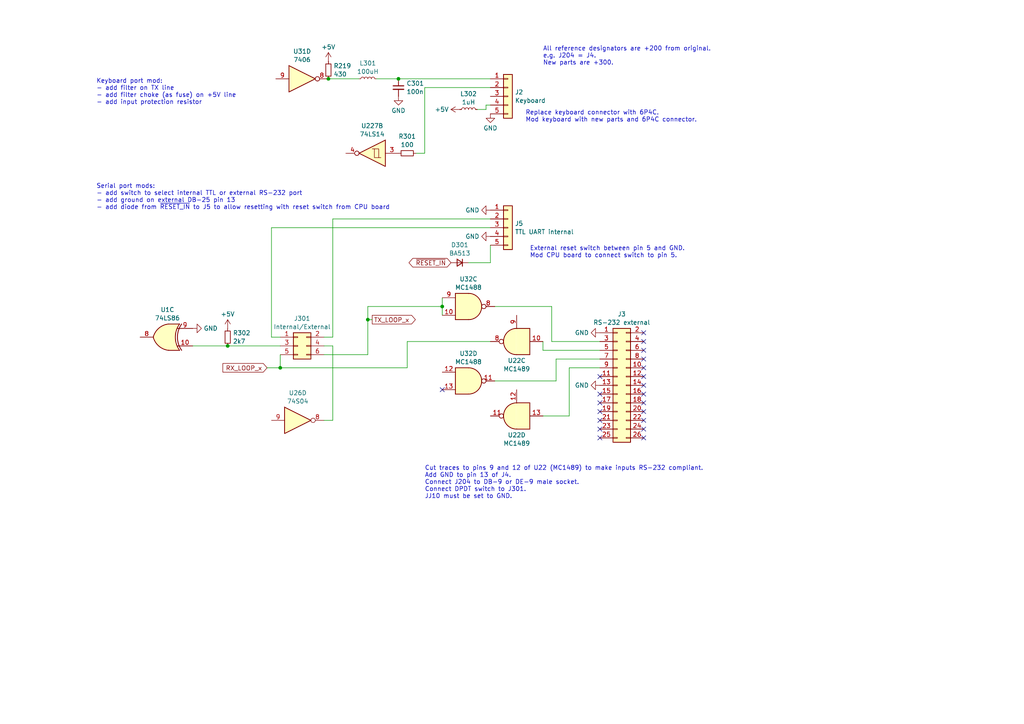
<source format=kicad_sch>
(kicad_sch (version 20230121) (generator eeschema)
  (paper "A4")
  (title_block (title "Iskra Delta Partner Video (text) 30 797 044") (date "2023-08-17") (rev "1") (company "Jernej Jakob <jernej.jakob@gmail.com>") (comment 1 "reverse engineered by hand"))
  (lib_symbols
    (symbol "74xx:74LS04"
      (property "Reference" "U" (at 0 1.27 0))
      (property "Value" "74LS04" (at 0 -1.27 0))
      (symbol "74LS04_1_0"
        (polyline (pts (xy -3.81 3.81) (xy -3.81 -3.81) (xy 3.81 0) (xy -3.81 3.81)) (stroke (width 0.254)) (fill (type background)))
        (pin input line (at -7.62 0 0) (length 3.81) (name "~") (number "1"))
        (pin output inverted (at 7.62 0 180) (length 3.81) (name "~") (number "2"))
      )
      (symbol "74LS04_2_0"
        (polyline (pts (xy -3.81 3.81) (xy -3.81 -3.81) (xy 3.81 0) (xy -3.81 3.81)) (stroke (width 0.254)) (fill (type background)))
        (pin input line (at -7.62 0 0) (length 3.81) (name "~") (number "3"))
        (pin output inverted (at 7.62 0 180) (length 3.81) (name "~") (number "4"))
      )
      (symbol "74LS04_3_0"
        (polyline (pts (xy -3.81 3.81) (xy -3.81 -3.81) (xy 3.81 0) (xy -3.81 3.81)) (stroke (width 0.254)) (fill (type background)))
        (pin input line (at -7.62 0 0) (length 3.81) (name "~") (number "5"))
        (pin output inverted (at 7.62 0 180) (length 3.81) (name "~") (number "6"))
      )
      (symbol "74LS04_4_0"
        (polyline (pts (xy -3.81 3.81) (xy -3.81 -3.81) (xy 3.81 0) (xy -3.81 3.81)) (stroke (width 0.254)) (fill (type background)))
        (pin output inverted (at 7.62 0 180) (length 3.81) (name "~") (number "8"))
        (pin input line (at -7.62 0 0) (length 3.81) (name "~") (number "9"))
      )
      (symbol "74LS04_5_0"
        (polyline (pts (xy -3.81 3.81) (xy -3.81 -3.81) (xy 3.81 0) (xy -3.81 3.81)) (stroke (width 0.254)) (fill (type background)))
        (pin output inverted (at 7.62 0 180) (length 3.81) (name "~") (number "10"))
        (pin input line (at -7.62 0 0) (length 3.81) (name "~") (number "11"))
      )
      (symbol "74LS04_6_0"
        (polyline (pts (xy -3.81 3.81) (xy -3.81 -3.81) (xy 3.81 0) (xy -3.81 3.81)) (stroke (width 0.254)) (fill (type background)))
        (pin output inverted (at 7.62 0 180) (length 3.81) (name "~") (number "12"))
        (pin input line (at -7.62 0 0) (length 3.81) (name "~") (number "13"))
      )
      (symbol "74LS04_7_0"
        (pin power_in line (at 0 12.7 270) (length 5.08) (name "VCC") (number "14"))
        (pin power_in line (at 0 -12.7 90) (length 5.08) (name "GND") (number "7"))
      )
      (symbol "74LS04_7_1"
        (rectangle (start -5.08 7.62) (end 5.08 -7.62) (stroke (width 0.254)) (fill (type background)))
      )
    )
    (symbol "74xx:74LS06" (pin_names (offset 1.016))
      (property "Reference" "U" (at 0 1.27 0))
      (property "Value" "74LS06" (at 0 -1.27 0))
      (symbol "74LS06_1_0"
        (polyline (pts (xy -3.81 3.81) (xy -3.81 -3.81) (xy 3.81 0) (xy -3.81 3.81)) (stroke (width 0.254)) (fill (type background)))
        (pin input line (at -7.62 0 0) (length 3.81) (name "~") (number "1"))
        (pin open_collector inverted (at 7.62 0 180) (length 3.81) (name "~") (number "2"))
      )
      (symbol "74LS06_2_0"
        (polyline (pts (xy -3.81 3.81) (xy -3.81 -3.81) (xy 3.81 0) (xy -3.81 3.81)) (stroke (width 0.254)) (fill (type background)))
        (pin input line (at -7.62 0 0) (length 3.81) (name "~") (number "3"))
        (pin open_collector inverted (at 7.62 0 180) (length 3.81) (name "~") (number "4"))
      )
      (symbol "74LS06_3_0"
        (polyline (pts (xy -3.81 3.81) (xy -3.81 -3.81) (xy 3.81 0) (xy -3.81 3.81)) (stroke (width 0.254)) (fill (type background)))
        (pin input line (at -7.62 0 0) (length 3.81) (name "~") (number "5"))
        (pin open_collector inverted (at 7.62 0 180) (length 3.81) (name "~") (number "6"))
      )
      (symbol "74LS06_4_0"
        (polyline (pts (xy -3.81 3.81) (xy -3.81 -3.81) (xy 3.81 0) (xy -3.81 3.81)) (stroke (width 0.254)) (fill (type background)))
        (pin open_collector inverted (at 7.62 0 180) (length 3.81) (name "~") (number "8"))
        (pin input line (at -7.62 0 0) (length 3.81) (name "~") (number "9"))
      )
      (symbol "74LS06_5_0"
        (polyline (pts (xy -3.81 3.81) (xy -3.81 -3.81) (xy 3.81 0) (xy -3.81 3.81)) (stroke (width 0.254)) (fill (type background)))
        (pin open_collector inverted (at 7.62 0 180) (length 3.81) (name "~") (number "10"))
        (pin input line (at -7.62 0 0) (length 3.81) (name "~") (number "11"))
      )
      (symbol "74LS06_6_0"
        (polyline (pts (xy -3.81 3.81) (xy -3.81 -3.81) (xy 3.81 0) (xy -3.81 3.81)) (stroke (width 0.254)) (fill (type background)))
        (pin open_collector inverted (at 7.62 0 180) (length 3.81) (name "~") (number "12"))
        (pin input line (at -7.62 0 0) (length 3.81) (name "~") (number "13"))
      )
      (symbol "74LS06_7_0"
        (pin power_in line (at 0 12.7 270) (length 5.08) (name "VCC") (number "14"))
        (pin power_in line (at 0 -12.7 90) (length 5.08) (name "GND") (number "7"))
      )
      (symbol "74LS06_7_1"
        (rectangle (start -5.08 7.62) (end 5.08 -7.62) (stroke (width 0.254)) (fill (type background)))
      )
    )
    (symbol "74xx:74LS14" (pin_names (offset 1.016))
      (property "Reference" "U" (at 0 1.27 0))
      (property "Value" "74LS14" (at 0 -1.27 0))
      (symbol "74LS14_1_0"
        (polyline (pts (xy -3.81 3.81) (xy -3.81 -3.81) (xy 3.81 0) (xy -3.81 3.81)) (stroke (width 0.254)) (fill (type background)))
        (pin input line (at -7.62 0 0) (length 3.81) (name "~") (number "1"))
        (pin output inverted (at 7.62 0 180) (length 3.81) (name "~") (number "2"))
      )
      (symbol "74LS14_1_1"
        (polyline (pts (xy -1.905 -1.27) (xy -1.905 1.27) (xy -0.635 1.27)))
        (polyline (pts (xy -2.54 -1.27) (xy -0.635 -1.27) (xy -0.635 1.27) (xy 0 1.27)))
      )
      (symbol "74LS14_2_0"
        (polyline (pts (xy -3.81 3.81) (xy -3.81 -3.81) (xy 3.81 0) (xy -3.81 3.81)) (stroke (width 0.254)) (fill (type background)))
        (pin input line (at -7.62 0 0) (length 3.81) (name "~") (number "3"))
        (pin output inverted (at 7.62 0 180) (length 3.81) (name "~") (number "4"))
      )
      (symbol "74LS14_2_1"
        (polyline (pts (xy -1.905 -1.27) (xy -1.905 1.27) (xy -0.635 1.27)))
        (polyline (pts (xy -2.54 -1.27) (xy -0.635 -1.27) (xy -0.635 1.27) (xy 0 1.27)))
      )
      (symbol "74LS14_3_0"
        (polyline (pts (xy -3.81 3.81) (xy -3.81 -3.81) (xy 3.81 0) (xy -3.81 3.81)) (stroke (width 0.254)) (fill (type background)))
        (pin input line (at -7.62 0 0) (length 3.81) (name "~") (number "5"))
        (pin output inverted (at 7.62 0 180) (length 3.81) (name "~") (number "6"))
      )
      (symbol "74LS14_3_1"
        (polyline (pts (xy -1.905 -1.27) (xy -1.905 1.27) (xy -0.635 1.27)))
        (polyline (pts (xy -2.54 -1.27) (xy -0.635 -1.27) (xy -0.635 1.27) (xy 0 1.27)))
      )
      (symbol "74LS14_4_0"
        (polyline (pts (xy -3.81 3.81) (xy -3.81 -3.81) (xy 3.81 0) (xy -3.81 3.81)) (stroke (width 0.254)) (fill (type background)))
        (pin output inverted (at 7.62 0 180) (length 3.81) (name "~") (number "8"))
        (pin input line (at -7.62 0 0) (length 3.81) (name "~") (number "9"))
      )
      (symbol "74LS14_4_1"
        (polyline (pts (xy -1.905 -1.27) (xy -1.905 1.27) (xy -0.635 1.27)))
        (polyline (pts (xy -2.54 -1.27) (xy -0.635 -1.27) (xy -0.635 1.27) (xy 0 1.27)))
      )
      (symbol "74LS14_5_0"
        (polyline (pts (xy -3.81 3.81) (xy -3.81 -3.81) (xy 3.81 0) (xy -3.81 3.81)) (stroke (width 0.254)) (fill (type background)))
        (pin output inverted (at 7.62 0 180) (length 3.81) (name "~") (number "10"))
        (pin input line (at -7.62 0 0) (length 3.81) (name "~") (number "11"))
      )
      (symbol "74LS14_5_1"
        (polyline (pts (xy -1.905 -1.27) (xy -1.905 1.27) (xy -0.635 1.27)))
        (polyline (pts (xy -2.54 -1.27) (xy -0.635 -1.27) (xy -0.635 1.27) (xy 0 1.27)))
      )
      (symbol "74LS14_6_0"
        (polyline (pts (xy -3.81 3.81) (xy -3.81 -3.81) (xy 3.81 0) (xy -3.81 3.81)) (stroke (width 0.254)) (fill (type background)))
        (pin output inverted (at 7.62 0 180) (length 3.81) (name "~") (number "12"))
        (pin input line (at -7.62 0 0) (length 3.81) (name "~") (number "13"))
      )
      (symbol "74LS14_6_1"
        (polyline (pts (xy -1.905 -1.27) (xy -1.905 1.27) (xy -0.635 1.27)))
        (polyline (pts (xy -2.54 -1.27) (xy -0.635 -1.27) (xy -0.635 1.27) (xy 0 1.27)))
      )
      (symbol "74LS14_7_0"
        (pin power_in line (at 0 12.7 270) (length 5.08) (name "VCC") (number "14"))
        (pin power_in line (at 0 -12.7 90) (length 5.08) (name "GND") (number "7"))
      )
      (symbol "74LS14_7_1"
        (rectangle (start -5.08 7.62) (end 5.08 -7.62) (stroke (width 0.254)) (fill (type background)))
      )
    )
    (symbol "74xx:74LS86" (pin_names (offset 1.016))
      (property "Reference" "U" (at 0 1.27 0))
      (property "Value" "74LS86" (at 0 -1.27 0))
      (symbol "74LS86_1_0"
        (arc (start -4.4196 -3.81) (mid -3.2033 0) (end -4.4196 3.81) (stroke (width 0.254)))
        (arc (start -3.81 -3.81) (mid -2.589 0) (end -3.81 3.81) (stroke (width 0.254)))
        (arc (start -0.6096 -3.81) (mid 2.1842 -2.5851) (end 3.81 0) (stroke (width 0.254)) (fill (type background)))
        (polyline (pts (xy -3.81 -3.81) (xy -0.635 -3.81)) (stroke (width 0.254)) (fill (type background)))
        (polyline (pts (xy -3.81 3.81) (xy -0.635 3.81)) (stroke (width 0.254)) (fill (type background)))
        (polyline (pts (xy -0.635 3.81) (xy -3.81 3.81) (xy -3.81 3.81) (xy -3.556 3.4036) (xy -3.0226 2.2606) (xy -2.6924 1.0414) (xy -2.6162 -0.254) (xy -2.7686 -1.4986) (xy -3.175 -2.7178) (xy -3.81 -3.81) (xy -3.81 -3.81) (xy -0.635 -3.81)) (stroke (width -25.4)) (fill (type background)))
        (arc (start 3.81 0) (mid 2.1915 2.5936) (end -0.6096 3.81) (stroke (width 0.254)) (fill (type background)))
        (pin input line (at -7.62 2.54 0) (length 4.445) (name "~") (number "1"))
        (pin input line (at -7.62 -2.54 0) (length 4.445) (name "~") (number "2"))
        (pin output line (at 7.62 0 180) (length 3.81) (name "~") (number "3"))
      )
      (symbol "74LS86_1_1"
        (polyline (pts (xy -3.81 -2.54) (xy -3.175 -2.54)) (stroke (width 0.1524)))
        (polyline (pts (xy -3.81 2.54) (xy -3.175 2.54)) (stroke (width 0.1524)))
      )
      (symbol "74LS86_2_0"
        (arc (start -4.4196 -3.81) (mid -3.2033 0) (end -4.4196 3.81) (stroke (width 0.254)))
        (arc (start -3.81 -3.81) (mid -2.589 0) (end -3.81 3.81) (stroke (width 0.254)))
        (arc (start -0.6096 -3.81) (mid 2.1842 -2.5851) (end 3.81 0) (stroke (width 0.254)) (fill (type background)))
        (polyline (pts (xy -3.81 -3.81) (xy -0.635 -3.81)) (stroke (width 0.254)) (fill (type background)))
        (polyline (pts (xy -3.81 3.81) (xy -0.635 3.81)) (stroke (width 0.254)) (fill (type background)))
        (polyline (pts (xy -0.635 3.81) (xy -3.81 3.81) (xy -3.81 3.81) (xy -3.556 3.4036) (xy -3.0226 2.2606) (xy -2.6924 1.0414) (xy -2.6162 -0.254) (xy -2.7686 -1.4986) (xy -3.175 -2.7178) (xy -3.81 -3.81) (xy -3.81 -3.81) (xy -0.635 -3.81)) (stroke (width -25.4)) (fill (type background)))
        (arc (start 3.81 0) (mid 2.1915 2.5936) (end -0.6096 3.81) (stroke (width 0.254)) (fill (type background)))
        (pin input line (at -7.62 2.54 0) (length 4.445) (name "~") (number "4"))
        (pin input line (at -7.62 -2.54 0) (length 4.445) (name "~") (number "5"))
        (pin output line (at 7.62 0 180) (length 3.81) (name "~") (number "6"))
      )
      (symbol "74LS86_2_1"
        (polyline (pts (xy -3.81 -2.54) (xy -3.175 -2.54)) (stroke (width 0.1524)))
        (polyline (pts (xy -3.81 2.54) (xy -3.175 2.54)) (stroke (width 0.1524)))
      )
      (symbol "74LS86_3_0"
        (arc (start -4.4196 -3.81) (mid -3.2033 0) (end -4.4196 3.81) (stroke (width 0.254)))
        (arc (start -3.81 -3.81) (mid -2.589 0) (end -3.81 3.81) (stroke (width 0.254)))
        (arc (start -0.6096 -3.81) (mid 2.1842 -2.5851) (end 3.81 0) (stroke (width 0.254)) (fill (type background)))
        (polyline (pts (xy -3.81 -3.81) (xy -0.635 -3.81)) (stroke (width 0.254)) (fill (type background)))
        (polyline (pts (xy -3.81 3.81) (xy -0.635 3.81)) (stroke (width 0.254)) (fill (type background)))
        (polyline (pts (xy -0.635 3.81) (xy -3.81 3.81) (xy -3.81 3.81) (xy -3.556 3.4036) (xy -3.0226 2.2606) (xy -2.6924 1.0414) (xy -2.6162 -0.254) (xy -2.7686 -1.4986) (xy -3.175 -2.7178) (xy -3.81 -3.81) (xy -3.81 -3.81) (xy -0.635 -3.81)) (stroke (width -25.4)) (fill (type background)))
        (arc (start 3.81 0) (mid 2.1915 2.5936) (end -0.6096 3.81) (stroke (width 0.254)) (fill (type background)))
        (pin input line (at -7.62 -2.54 0) (length 4.445) (name "~") (number "10"))
        (pin output line (at 7.62 0 180) (length 3.81) (name "~") (number "8"))
        (pin input line (at -7.62 2.54 0) (length 4.445) (name "~") (number "9"))
      )
      (symbol "74LS86_3_1"
        (polyline (pts (xy -3.81 -2.54) (xy -3.175 -2.54)) (stroke (width 0.1524)))
        (polyline (pts (xy -3.81 2.54) (xy -3.175 2.54)) (stroke (width 0.1524)))
      )
      (symbol "74LS86_4_0"
        (arc (start -4.4196 -3.81) (mid -3.2033 0) (end -4.4196 3.81) (stroke (width 0.254)))
        (arc (start -3.81 -3.81) (mid -2.589 0) (end -3.81 3.81) (stroke (width 0.254)))
        (arc (start -0.6096 -3.81) (mid 2.1842 -2.5851) (end 3.81 0) (stroke (width 0.254)) (fill (type background)))
        (polyline (pts (xy -3.81 -3.81) (xy -0.635 -3.81)) (stroke (width 0.254)) (fill (type background)))
        (polyline (pts (xy -3.81 3.81) (xy -0.635 3.81)) (stroke (width 0.254)) (fill (type background)))
        (polyline (pts (xy -0.635 3.81) (xy -3.81 3.81) (xy -3.81 3.81) (xy -3.556 3.4036) (xy -3.0226 2.2606) (xy -2.6924 1.0414) (xy -2.6162 -0.254) (xy -2.7686 -1.4986) (xy -3.175 -2.7178) (xy -3.81 -3.81) (xy -3.81 -3.81) (xy -0.635 -3.81)) (stroke (width -25.4)) (fill (type background)))
        (arc (start 3.81 0) (mid 2.1915 2.5936) (end -0.6096 3.81) (stroke (width 0.254)) (fill (type background)))
        (pin output line (at 7.62 0 180) (length 3.81) (name "~") (number "11"))
        (pin input line (at -7.62 2.54 0) (length 4.445) (name "~") (number "12"))
        (pin input line (at -7.62 -2.54 0) (length 4.445) (name "~") (number "13"))
      )
      (symbol "74LS86_4_1"
        (polyline (pts (xy -3.81 -2.54) (xy -3.175 -2.54)) (stroke (width 0.1524)))
        (polyline (pts (xy -3.81 2.54) (xy -3.175 2.54)) (stroke (width 0.1524)))
      )
      (symbol "74LS86_5_0"
        (pin power_in line (at 0 12.7 270) (length 5.08) (name "VCC") (number "14"))
        (pin power_in line (at 0 -12.7 90) (length 5.08) (name "GND") (number "7"))
      )
      (symbol "74LS86_5_1"
        (rectangle (start -5.08 7.62) (end 5.08 -7.62) (stroke (width 0.254)) (fill (type background)))
      )
    )
    (symbol "Connector_Generic:Conn_01x05" (pin_names (offset 1.016) hide)
      (property "Reference" "J" (at 0 7.62 0))
      (property "Value" "Conn_01x05" (at 0 -7.62 0))
      (symbol "Conn_01x05_1_1"
        (rectangle (start -1.27 -4.953) (end 0 -5.207) (stroke (width 0.1524)))
        (rectangle (start -1.27 -2.413) (end 0 -2.667) (stroke (width 0.1524)))
        (rectangle (start -1.27 0.127) (end 0 -0.127) (stroke (width 0.1524)))
        (rectangle (start -1.27 2.667) (end 0 2.413) (stroke (width 0.1524)))
        (rectangle (start -1.27 5.207) (end 0 4.953) (stroke (width 0.1524)))
        (rectangle (start -1.27 6.35) (end 1.27 -6.35) (stroke (width 0.254)) (fill (type background)))
        (pin passive line (at -5.08 5.08 0) (length 3.81) (name "Pin_1") (number "1"))
        (pin passive line (at -5.08 2.54 0) (length 3.81) (name "Pin_2") (number "2"))
        (pin passive line (at -5.08 0 0) (length 3.81) (name "Pin_3") (number "3"))
        (pin passive line (at -5.08 -2.54 0) (length 3.81) (name "Pin_4") (number "4"))
        (pin passive line (at -5.08 -5.08 0) (length 3.81) (name "Pin_5") (number "5"))
      )
    )
    (symbol "Connector_Generic:Conn_02x03_Odd_Even" (pin_names (offset 1.016) hide)
      (property "Reference" "J" (at 1.27 5.08 0))
      (property "Value" "Conn_02x03_Odd_Even" (at 1.27 -5.08 0))
      (symbol "Conn_02x03_Odd_Even_1_1"
        (rectangle (start -1.27 -2.413) (end 0 -2.667) (stroke (width 0.1524)))
        (rectangle (start -1.27 0.127) (end 0 -0.127) (stroke (width 0.1524)))
        (rectangle (start -1.27 2.667) (end 0 2.413) (stroke (width 0.1524)))
        (rectangle (start -1.27 3.81) (end 3.81 -3.81) (stroke (width 0.254)) (fill (type background)))
        (rectangle (start 3.81 -2.413) (end 2.54 -2.667) (stroke (width 0.1524)))
        (rectangle (start 3.81 0.127) (end 2.54 -0.127) (stroke (width 0.1524)))
        (rectangle (start 3.81 2.667) (end 2.54 2.413) (stroke (width 0.1524)))
        (pin passive line (at -5.08 2.54 0) (length 3.81) (name "Pin_1") (number "1"))
        (pin passive line (at 7.62 2.54 180) (length 3.81) (name "Pin_2") (number "2"))
        (pin passive line (at -5.08 0 0) (length 3.81) (name "Pin_3") (number "3"))
        (pin passive line (at 7.62 0 180) (length 3.81) (name "Pin_4") (number "4"))
        (pin passive line (at -5.08 -2.54 0) (length 3.81) (name "Pin_5") (number "5"))
        (pin passive line (at 7.62 -2.54 180) (length 3.81) (name "Pin_6") (number "6"))
      )
    )
    (symbol "Connector_Generic:Conn_02x13_Odd_Even" (pin_names (offset 1.016) hide)
      (property "Reference" "J" (at 1.27 17.78 0))
      (property "Value" "Conn_02x13_Odd_Even" (at 1.27 -17.78 0))
      (symbol "Conn_02x13_Odd_Even_1_1"
        (rectangle (start -1.27 -15.113) (end 0 -15.367) (stroke (width 0.1524)))
        (rectangle (start -1.27 -12.573) (end 0 -12.827) (stroke (width 0.1524)))
        (rectangle (start -1.27 -10.033) (end 0 -10.287) (stroke (width 0.1524)))
        (rectangle (start -1.27 -7.493) (end 0 -7.747) (stroke (width 0.1524)))
        (rectangle (start -1.27 -4.953) (end 0 -5.207) (stroke (width 0.1524)))
        (rectangle (start -1.27 -2.413) (end 0 -2.667) (stroke (width 0.1524)))
        (rectangle (start -1.27 0.127) (end 0 -0.127) (stroke (width 0.1524)))
        (rectangle (start -1.27 2.667) (end 0 2.413) (stroke (width 0.1524)))
        (rectangle (start -1.27 5.207) (end 0 4.953) (stroke (width 0.1524)))
        (rectangle (start -1.27 7.747) (end 0 7.493) (stroke (width 0.1524)))
        (rectangle (start -1.27 10.287) (end 0 10.033) (stroke (width 0.1524)))
        (rectangle (start -1.27 12.827) (end 0 12.573) (stroke (width 0.1524)))
        (rectangle (start -1.27 15.367) (end 0 15.113) (stroke (width 0.1524)))
        (rectangle (start -1.27 16.51) (end 3.81 -16.51) (stroke (width 0.254)) (fill (type background)))
        (rectangle (start 3.81 -15.113) (end 2.54 -15.367) (stroke (width 0.1524)))
        (rectangle (start 3.81 -12.573) (end 2.54 -12.827) (stroke (width 0.1524)))
        (rectangle (start 3.81 -10.033) (end 2.54 -10.287) (stroke (width 0.1524)))
        (rectangle (start 3.81 -7.493) (end 2.54 -7.747) (stroke (width 0.1524)))
        (rectangle (start 3.81 -4.953) (end 2.54 -5.207) (stroke (width 0.1524)))
        (rectangle (start 3.81 -2.413) (end 2.54 -2.667) (stroke (width 0.1524)))
        (rectangle (start 3.81 0.127) (end 2.54 -0.127) (stroke (width 0.1524)))
        (rectangle (start 3.81 2.667) (end 2.54 2.413) (stroke (width 0.1524)))
        (rectangle (start 3.81 5.207) (end 2.54 4.953) (stroke (width 0.1524)))
        (rectangle (start 3.81 7.747) (end 2.54 7.493) (stroke (width 0.1524)))
        (rectangle (start 3.81 10.287) (end 2.54 10.033) (stroke (width 0.1524)))
        (rectangle (start 3.81 12.827) (end 2.54 12.573) (stroke (width 0.1524)))
        (rectangle (start 3.81 15.367) (end 2.54 15.113) (stroke (width 0.1524)))
        (pin passive line (at -5.08 15.24 0) (length 3.81) (name "Pin_1") (number "1"))
        (pin passive line (at 7.62 5.08 180) (length 3.81) (name "Pin_10") (number "10"))
        (pin passive line (at -5.08 2.54 0) (length 3.81) (name "Pin_11") (number "11"))
        (pin passive line (at 7.62 2.54 180) (length 3.81) (name "Pin_12") (number "12"))
        (pin passive line (at -5.08 0 0) (length 3.81) (name "Pin_13") (number "13"))
        (pin passive line (at 7.62 0 180) (length 3.81) (name "Pin_14") (number "14"))
        (pin passive line (at -5.08 -2.54 0) (length 3.81) (name "Pin_15") (number "15"))
        (pin passive line (at 7.62 -2.54 180) (length 3.81) (name "Pin_16") (number "16"))
        (pin passive line (at -5.08 -5.08 0) (length 3.81) (name "Pin_17") (number "17"))
        (pin passive line (at 7.62 -5.08 180) (length 3.81) (name "Pin_18") (number "18"))
        (pin passive line (at -5.08 -7.62 0) (length 3.81) (name "Pin_19") (number "19"))
        (pin passive line (at 7.62 15.24 180) (length 3.81) (name "Pin_2") (number "2"))
        (pin passive line (at 7.62 -7.62 180) (length 3.81) (name "Pin_20") (number "20"))
        (pin passive line (at -5.08 -10.16 0) (length 3.81) (name "Pin_21") (number "21"))
        (pin passive line (at 7.62 -10.16 180) (length 3.81) (name "Pin_22") (number "22"))
        (pin passive line (at -5.08 -12.7 0) (length 3.81) (name "Pin_23") (number "23"))
        (pin passive line (at 7.62 -12.7 180) (length 3.81) (name "Pin_24") (number "24"))
        (pin passive line (at -5.08 -15.24 0) (length 3.81) (name "Pin_25") (number "25"))
        (pin passive line (at 7.62 -15.24 180) (length 3.81) (name "Pin_26") (number "26"))
        (pin passive line (at -5.08 12.7 0) (length 3.81) (name "Pin_3") (number "3"))
        (pin passive line (at 7.62 12.7 180) (length 3.81) (name "Pin_4") (number "4"))
        (pin passive line (at -5.08 10.16 0) (length 3.81) (name "Pin_5") (number "5"))
        (pin passive line (at 7.62 10.16 180) (length 3.81) (name "Pin_6") (number "6"))
        (pin passive line (at -5.08 7.62 0) (length 3.81) (name "Pin_7") (number "7"))
        (pin passive line (at 7.62 7.62 180) (length 3.81) (name "Pin_8") (number "8"))
        (pin passive line (at -5.08 5.08 0) (length 3.81) (name "Pin_9") (number "9"))
      )
    )
    (symbol "Device:C_Small" (pin_numbers hide) (pin_names (offset 0.254) hide)
      (property "Reference" "C" (at 0.254 1.778 0))
      (property "Value" "C_Small" (at 0.254 -2.032 0))
      (symbol "C_Small_0_1"
        (polyline (pts (xy -1.524 -0.508) (xy 1.524 -0.508)) (stroke (width 0.3302)))
        (polyline (pts (xy -1.524 0.508) (xy 1.524 0.508)) (stroke (width 0.3048)))
      )
      (symbol "C_Small_1_1"
        (pin passive line (at 0 2.54 270) (length 2.032) (name "~") (number "1"))
        (pin passive line (at 0 -2.54 90) (length 2.032) (name "~") (number "2"))
      )
    )
    (symbol "Device:D_Small" (pin_numbers hide) (pin_names (offset 0.254) hide)
      (property "Reference" "D" (at -1.27 2.032 0))
      (property "Value" "D_Small" (at -3.81 -2.032 0))
      (symbol "D_Small_0_1"
        (polyline (pts (xy -0.762 -1.016) (xy -0.762 1.016)) (stroke (width 0.254)))
        (polyline (pts (xy -0.762 0) (xy 0.762 0)))
        (polyline (pts (xy 0.762 -1.016) (xy -0.762 0) (xy 0.762 1.016) (xy 0.762 -1.016)) (stroke (width 0.254)))
      )
      (symbol "D_Small_1_1"
        (pin passive line (at -2.54 0 0) (length 1.778) (name "K") (number "1"))
        (pin passive line (at 2.54 0 180) (length 1.778) (name "A") (number "2"))
      )
    )
    (symbol "Device:L_Small" (pin_numbers hide) (pin_names (offset 0.254) hide)
      (property "Reference" "L" (at 0.762 1.016 0))
      (property "Value" "L_Small" (at 0.762 -1.016 0))
      (symbol "L_Small_0_1"
        (arc (start 0 -2.032) (mid 0.5058 -1.524) (end 0 -1.016))
        (arc (start 0 -1.016) (mid 0.5058 -0.508) (end 0 0))
        (arc (start 0 0) (mid 0.5058 0.508) (end 0 1.016))
        (arc (start 0 1.016) (mid 0.5058 1.524) (end 0 2.032))
      )
      (symbol "L_Small_1_1"
        (pin passive line (at 0 2.54 270) (length 0.508) (name "~") (number "1"))
        (pin passive line (at 0 -2.54 90) (length 0.508) (name "~") (number "2"))
      )
    )
    (symbol "Device:R_Small" (pin_numbers hide) (pin_names (offset 0.254) hide)
      (property "Reference" "R" (at 0.762 0.508 0))
      (property "Value" "R_Small" (at 0.762 -1.016 0))
      (symbol "R_Small_0_1"
        (rectangle (start -0.762 1.778) (end 0.762 -1.778) (stroke (width 0.2032)))
      )
      (symbol "R_Small_1_1"
        (pin passive line (at 0 2.54 270) (length 0.762) (name "~") (number "1"))
        (pin passive line (at 0 -2.54 90) (length 0.762) (name "~") (number "2"))
      )
    )
    (symbol "MC1488_1489:MC1488" (pin_names (offset 1.016))
      (property "Reference" "U" (at 0 2.54 0))
      (property "Value" "MC1488" (at 0 -2.54 0))
      (symbol "MC1488_1_1"
        (arc (start 0 -3.81) (mid 3.7934 0) (end 0 3.81) (stroke (width 0.254)) (fill (type background)))
        (polyline (pts (xy 0 3.81) (xy -3.81 3.81) (xy -3.81 -3.81) (xy 0 -3.81)) (stroke (width 0.254)) (fill (type background)))
        (pin input line (at -7.62 0 0) (length 3.81) (name "~") (number "2"))
        (pin output inverted (at 7.62 0 180) (length 3.81) (name "~") (number "3"))
      )
      (symbol "MC1488_1_2"
        (arc (start -3.81 -3.81) (mid -2.589 0) (end -3.81 3.81) (stroke (width 0.254)))
        (arc (start -0.6096 -3.81) (mid 2.1842 -2.5851) (end 3.81 0) (stroke (width 0.254)) (fill (type background)))
        (polyline (pts (xy -3.81 -3.81) (xy -0.635 -3.81)) (stroke (width 0.254)) (fill (type background)))
        (polyline (pts (xy -3.81 3.81) (xy -0.635 3.81)) (stroke (width 0.254)) (fill (type background)))
        (polyline (pts (xy -0.635 3.81) (xy -3.81 3.81) (xy -3.81 3.81) (xy -3.556 3.4036) (xy -3.0226 2.2606) (xy -2.6924 1.0414) (xy -2.6162 -0.254) (xy -2.7686 -1.4986) (xy -3.175 -2.7178) (xy -3.81 -3.81) (xy -3.81 -3.81) (xy -0.635 -3.81)) (stroke (width -25.4)) (fill (type background)))
        (arc (start 3.81 0) (mid 2.1915 2.5936) (end -0.6096 3.81) (stroke (width 0.254)) (fill (type background)))
        (pin input inverted (at -7.62 2.54 0) (length 4.318) (name "~") (number "1"))
        (pin input inverted (at -7.62 -2.54 0) (length 4.318) (name "~") (number "2"))
        (pin output line (at 7.62 0 180) (length 3.81) (name "~") (number "3"))
      )
      (symbol "MC1488_2_1"
        (arc (start 0 -3.81) (mid 3.7934 0) (end 0 3.81) (stroke (width 0.254)) (fill (type background)))
        (polyline (pts (xy 0 3.81) (xy -3.81 3.81) (xy -3.81 -3.81) (xy 0 -3.81)) (stroke (width 0.254)) (fill (type background)))
        (pin input line (at -7.62 2.54 0) (length 3.81) (name "~") (number "4"))
        (pin input line (at -7.62 -2.54 0) (length 3.81) (name "~") (number "5"))
        (pin output inverted (at 7.62 0 180) (length 3.81) (name "~") (number "6"))
      )
      (symbol "MC1488_2_2"
        (arc (start -3.81 -3.81) (mid -2.589 0) (end -3.81 3.81) (stroke (width 0.254)))
        (arc (start -0.6096 -3.81) (mid 2.1842 -2.5851) (end 3.81 0) (stroke (width 0.254)) (fill (type background)))
        (polyline (pts (xy -3.81 -3.81) (xy -0.635 -3.81)) (stroke (width 0.254)) (fill (type background)))
        (polyline (pts (xy -3.81 3.81) (xy -0.635 3.81)) (stroke (width 0.254)) (fill (type background)))
        (polyline (pts (xy -0.635 3.81) (xy -3.81 3.81) (xy -3.81 3.81) (xy -3.556 3.4036) (xy -3.0226 2.2606) (xy -2.6924 1.0414) (xy -2.6162 -0.254) (xy -2.7686 -1.4986) (xy -3.175 -2.7178) (xy -3.81 -3.81) (xy -3.81 -3.81) (xy -0.635 -3.81)) (stroke (width -25.4)) (fill (type background)))
        (arc (start 3.81 0) (mid 2.1915 2.5936) (end -0.6096 3.81) (stroke (width 0.254)) (fill (type background)))
        (pin input inverted (at -7.62 2.54 0) (length 4.318) (name "~") (number "4"))
        (pin input inverted (at -7.62 -2.54 0) (length 4.318) (name "~") (number "5"))
        (pin output line (at 7.62 0 180) (length 3.81) (name "~") (number "6"))
      )
      (symbol "MC1488_3_1"
        (arc (start 0 -3.81) (mid 3.7934 0) (end 0 3.81) (stroke (width 0.254)) (fill (type background)))
        (polyline (pts (xy 0 3.81) (xy -3.81 3.81) (xy -3.81 -3.81) (xy 0 -3.81)) (stroke (width 0.254)) (fill (type background)))
        (pin input line (at -7.62 -2.54 0) (length 3.81) (name "~") (number "10"))
        (pin output inverted (at 7.62 0 180) (length 3.81) (name "~") (number "8"))
        (pin input line (at -7.62 2.54 0) (length 3.81) (name "~") (number "9"))
      )
      (symbol "MC1488_3_2"
        (arc (start -3.81 -3.81) (mid -2.589 0) (end -3.81 3.81) (stroke (width 0.254)))
        (arc (start -0.6096 -3.81) (mid 2.1842 -2.5851) (end 3.81 0) (stroke (width 0.254)) (fill (type background)))
        (polyline (pts (xy -3.81 -3.81) (xy -0.635 -3.81)) (stroke (width 0.254)) (fill (type background)))
        (polyline (pts (xy -3.81 3.81) (xy -0.635 3.81)) (stroke (width 0.254)) (fill (type background)))
        (polyline (pts (xy -0.635 3.81) (xy -3.81 3.81) (xy -3.81 3.81) (xy -3.556 3.4036) (xy -3.0226 2.2606) (xy -2.6924 1.0414) (xy -2.6162 -0.254) (xy -2.7686 -1.4986) (xy -3.175 -2.7178) (xy -3.81 -3.81) (xy -3.81 -3.81) (xy -0.635 -3.81)) (stroke (width -25.4)) (fill (type background)))
        (arc (start 3.81 0) (mid 2.1915 2.5936) (end -0.6096 3.81) (stroke (width 0.254)) (fill (type background)))
        (pin input inverted (at -7.62 -2.54 0) (length 4.318) (name "~") (number "10"))
        (pin output line (at 7.62 0 180) (length 3.81) (name "~") (number "8"))
        (pin input inverted (at -7.62 2.54 0) (length 4.318) (name "~") (number "9"))
      )
      (symbol "MC1488_4_1"
        (arc (start 0 -3.81) (mid 3.7934 0) (end 0 3.81) (stroke (width 0.254)) (fill (type background)))
        (polyline (pts (xy 0 3.81) (xy -3.81 3.81) (xy -3.81 -3.81) (xy 0 -3.81)) (stroke (width 0.254)) (fill (type background)))
        (pin output inverted (at 7.62 0 180) (length 3.81) (name "~") (number "11"))
        (pin input line (at -7.62 2.54 0) (length 3.81) (name "~") (number "12"))
        (pin input line (at -7.62 -2.54 0) (length 3.81) (name "~") (number "13"))
      )
      (symbol "MC1488_4_2"
        (arc (start -3.81 -3.81) (mid -2.589 0) (end -3.81 3.81) (stroke (width 0.254)))
        (arc (start -0.6096 -3.81) (mid 2.1842 -2.5851) (end 3.81 0) (stroke (width 0.254)) (fill (type background)))
        (polyline (pts (xy -3.81 -3.81) (xy -0.635 -3.81)) (stroke (width 0.254)) (fill (type background)))
        (polyline (pts (xy -3.81 3.81) (xy -0.635 3.81)) (stroke (width 0.254)) (fill (type background)))
        (polyline (pts (xy -0.635 3.81) (xy -3.81 3.81) (xy -3.81 3.81) (xy -3.556 3.4036) (xy -3.0226 2.2606) (xy -2.6924 1.0414) (xy -2.6162 -0.254) (xy -2.7686 -1.4986) (xy -3.175 -2.7178) (xy -3.81 -3.81) (xy -3.81 -3.81) (xy -0.635 -3.81)) (stroke (width -25.4)) (fill (type background)))
        (arc (start 3.81 0) (mid 2.1915 2.5936) (end -0.6096 3.81) (stroke (width 0.254)) (fill (type background)))
        (pin output line (at 7.62 0 180) (length 3.81) (name "~") (number "11"))
        (pin input inverted (at -7.62 2.54 0) (length 4.318) (name "~") (number "12"))
        (pin input inverted (at -7.62 -2.54 0) (length 4.318) (name "~") (number "13"))
      )
      (symbol "MC1488_5_0"
        (pin power_in line (at 0 13.97 270) (length 5.08) (name "VCC") (number "14"))
        (pin power_in line (at -10.16 0 0) (length 5.08) (name "GND") (number "7"))
      )
      (symbol "MC1488_5_1"
        (rectangle (start -5.08 8.89) (end 5.08 -8.89) (stroke (width 0.254)) (fill (type background)))
        (pin power_in line (at 0 -12.7 90) (length 3.81) (name "VEE") (number "1"))
      )
    )
    (symbol "MC1488_1489:MC1489" (pin_names (offset 1.016))
      (property "Reference" "U" (at 0 1.27 0))
      (property "Value" "MC1489" (at 0 -1.27 0))
      (symbol "MC1489_1_1"
        (arc (start 0 -3.81) (mid 3.7934 0) (end 0 3.81) (stroke (width 0.254)) (fill (type background)))
        (polyline (pts (xy 0 3.81) (xy -3.81 3.81) (xy -3.81 -3.81) (xy 0 -3.81)) (stroke (width 0.254)) (fill (type background)))
        (pin input line (at -7.62 0 0) (length 3.81) (name "~") (number "1"))
        (pin bidirectional line (at 0 7.62 270) (length 3.81) (name "~") (number "2"))
        (pin output inverted (at 7.62 0 180) (length 3.81) (name "~") (number "3"))
      )
      (symbol "MC1489_1_2"
        (arc (start -3.81 -3.81) (mid -2.589 0) (end -3.81 3.81) (stroke (width 0.254)))
        (arc (start -0.6096 -3.81) (mid 2.1842 -2.5851) (end 3.81 0) (stroke (width 0.254)) (fill (type background)))
        (polyline (pts (xy -3.81 -3.81) (xy -0.635 -3.81)) (stroke (width 0.254)) (fill (type background)))
        (polyline (pts (xy -3.81 3.81) (xy -0.635 3.81)) (stroke (width 0.254)) (fill (type background)))
        (polyline (pts (xy -0.635 3.81) (xy -3.81 3.81) (xy -3.81 3.81) (xy -3.556 3.4036) (xy -3.0226 2.2606) (xy -2.6924 1.0414) (xy -2.6162 -0.254) (xy -2.7686 -1.4986) (xy -3.175 -2.7178) (xy -3.81 -3.81) (xy -3.81 -3.81) (xy -0.635 -3.81)) (stroke (width -25.4)) (fill (type background)))
        (arc (start 3.81 0) (mid 2.1915 2.5936) (end -0.6096 3.81) (stroke (width 0.254)) (fill (type background)))
        (pin input inverted (at -7.62 2.54 0) (length 4.318) (name "~") (number "1"))
        (pin input inverted (at -7.62 -2.54 0) (length 4.318) (name "~") (number "2"))
        (pin output line (at 7.62 0 180) (length 3.81) (name "~") (number "3"))
      )
      (symbol "MC1489_2_1"
        (arc (start 0 -3.81) (mid 3.7934 0) (end 0 3.81) (stroke (width 0.254)) (fill (type background)))
        (polyline (pts (xy 0 3.81) (xy -3.81 3.81) (xy -3.81 -3.81) (xy 0 -3.81)) (stroke (width 0.254)) (fill (type background)))
        (pin input line (at -7.62 0 0) (length 3.81) (name "~") (number "4"))
        (pin bidirectional line (at 0 7.62 270) (length 3.81) (name "~") (number "5"))
        (pin output inverted (at 7.62 0 180) (length 3.81) (name "~") (number "6"))
      )
      (symbol "MC1489_2_2"
        (arc (start -3.81 -3.81) (mid -2.589 0) (end -3.81 3.81) (stroke (width 0.254)))
        (arc (start -0.6096 -3.81) (mid 2.1842 -2.5851) (end 3.81 0) (stroke (width 0.254)) (fill (type background)))
        (polyline (pts (xy -3.81 -3.81) (xy -0.635 -3.81)) (stroke (width 0.254)) (fill (type background)))
        (polyline (pts (xy -3.81 3.81) (xy -0.635 3.81)) (stroke (width 0.254)) (fill (type background)))
        (polyline (pts (xy -0.635 3.81) (xy -3.81 3.81) (xy -3.81 3.81) (xy -3.556 3.4036) (xy -3.0226 2.2606) (xy -2.6924 1.0414) (xy -2.6162 -0.254) (xy -2.7686 -1.4986) (xy -3.175 -2.7178) (xy -3.81 -3.81) (xy -3.81 -3.81) (xy -0.635 -3.81)) (stroke (width -25.4)) (fill (type background)))
        (arc (start 3.81 0) (mid 2.1915 2.5936) (end -0.6096 3.81) (stroke (width 0.254)) (fill (type background)))
        (pin input inverted (at -7.62 2.54 0) (length 4.318) (name "~") (number "4"))
        (pin input inverted (at -7.62 -2.54 0) (length 4.318) (name "~") (number "5"))
        (pin output line (at 7.62 0 180) (length 3.81) (name "~") (number "6"))
      )
      (symbol "MC1489_3_1"
        (arc (start 0 -3.81) (mid 3.7934 0) (end 0 3.81) (stroke (width 0.254)) (fill (type background)))
        (polyline (pts (xy 0 3.81) (xy -3.81 3.81) (xy -3.81 -3.81) (xy 0 -3.81)) (stroke (width 0.254)) (fill (type background)))
        (pin input line (at -7.62 0 0) (length 3.81) (name "~") (number "10"))
        (pin output inverted (at 7.62 0 180) (length 3.81) (name "~") (number "8"))
        (pin bidirectional line (at 0 7.62 270) (length 3.81) (name "~") (number "9"))
      )
      (symbol "MC1489_3_2"
        (arc (start -3.81 -3.81) (mid -2.589 0) (end -3.81 3.81) (stroke (width 0.254)))
        (arc (start -0.6096 -3.81) (mid 2.1842 -2.5851) (end 3.81 0) (stroke (width 0.254)) (fill (type background)))
        (polyline (pts (xy -3.81 -3.81) (xy -0.635 -3.81)) (stroke (width 0.254)) (fill (type background)))
        (polyline (pts (xy -3.81 3.81) (xy -0.635 3.81)) (stroke (width 0.254)) (fill (type background)))
        (polyline (pts (xy -0.635 3.81) (xy -3.81 3.81) (xy -3.81 3.81) (xy -3.556 3.4036) (xy -3.0226 2.2606) (xy -2.6924 1.0414) (xy -2.6162 -0.254) (xy -2.7686 -1.4986) (xy -3.175 -2.7178) (xy -3.81 -3.81) (xy -3.81 -3.81) (xy -0.635 -3.81)) (stroke (width -25.4)) (fill (type background)))
        (arc (start 3.81 0) (mid 2.1915 2.5936) (end -0.6096 3.81) (stroke (width 0.254)) (fill (type background)))
        (pin input inverted (at -7.62 -2.54 0) (length 4.318) (name "~") (number "10"))
        (pin output line (at 7.62 0 180) (length 3.81) (name "~") (number "8"))
        (pin input inverted (at -7.62 2.54 0) (length 4.318) (name "~") (number "9"))
      )
      (symbol "MC1489_4_1"
        (arc (start 0 -3.81) (mid 3.7934 0) (end 0 3.81) (stroke (width 0.254)) (fill (type background)))
        (polyline (pts (xy 0 3.81) (xy -3.81 3.81) (xy -3.81 -3.81) (xy 0 -3.81)) (stroke (width 0.254)) (fill (type background)))
        (pin output inverted (at 7.62 0 180) (length 3.81) (name "~") (number "11"))
        (pin bidirectional line (at 0 7.62 270) (length 3.81) (name "~") (number "12"))
        (pin input line (at -7.62 0 0) (length 3.81) (name "~") (number "13"))
      )
      (symbol "MC1489_4_2"
        (arc (start -3.81 -3.81) (mid -2.589 0) (end -3.81 3.81) (stroke (width 0.254)))
        (arc (start -0.6096 -3.81) (mid 2.1842 -2.5851) (end 3.81 0) (stroke (width 0.254)) (fill (type background)))
        (polyline (pts (xy -3.81 -3.81) (xy -0.635 -3.81)) (stroke (width 0.254)) (fill (type background)))
        (polyline (pts (xy -3.81 3.81) (xy -0.635 3.81)) (stroke (width 0.254)) (fill (type background)))
        (polyline (pts (xy -0.635 3.81) (xy -3.81 3.81) (xy -3.81 3.81) (xy -3.556 3.4036) (xy -3.0226 2.2606) (xy -2.6924 1.0414) (xy -2.6162 -0.254) (xy -2.7686 -1.4986) (xy -3.175 -2.7178) (xy -3.81 -3.81) (xy -3.81 -3.81) (xy -0.635 -3.81)) (stroke (width -25.4)) (fill (type background)))
        (arc (start 3.81 0) (mid 2.1915 2.5936) (end -0.6096 3.81) (stroke (width 0.254)) (fill (type background)))
        (pin output line (at 7.62 0 180) (length 3.81) (name "~") (number "11"))
        (pin input inverted (at -7.62 2.54 0) (length 4.318) (name "~") (number "12"))
        (pin input inverted (at -7.62 -2.54 0) (length 4.318) (name "~") (number "13"))
      )
      (symbol "MC1489_5_0"
        (pin power_in line (at 0 12.7 270) (length 5.08) (name "VCC") (number "14"))
        (pin power_in line (at 0 -12.7 90) (length 5.08) (name "GND") (number "7"))
      )
      (symbol "MC1489_5_1"
        (rectangle (start -5.08 7.62) (end 5.08 -7.62) (stroke (width 0.254)) (fill (type background)))
      )
    )
    (symbol "power:+5V" (power) (pin_names (offset 0))
      (property "Value" "+5V" (at 0 3.556 0))
      (symbol "+5V_0_1"
        (polyline (pts (xy -0.762 1.27) (xy 0 2.54)))
        (polyline (pts (xy 0 0) (xy 0 2.54)))
        (polyline (pts (xy 0 2.54) (xy 0.762 1.27)))
      )
      (symbol "+5V_1_1"
        (pin power_in line (at 0 0 90) (length 0) hide (name "+5V") (number "1"))
      )
    )
    (symbol "power:GND" (power) (pin_names (offset 0))
      (property "Value" "GND" (at 0 -3.81 0))
      (symbol "GND_0_1"
        (polyline (pts (xy 0 0) (xy 0 -1.27) (xy 1.27 -1.27) (xy 0 -2.54) (xy -1.27 -1.27) (xy 0 -1.27)))
      )
      (symbol "GND_1_1"
        (pin power_in line (at 0 0 270) (length 0) hide (name "GND") (number "1"))
      )
    )
  )
  (junction (at 128.27 88.9))
  (junction (at 81.28 106.68))
  (junction (at 95.25 22.86))
  (junction (at 66.04 100.33))
  (junction (at 115.57 22.86))
  (junction (at 106.68 92.71))
  (no_connect (at 173.99 114.3))
  (no_connect (at 173.99 109.22))
  (no_connect (at 186.69 99.06))
  (no_connect (at 186.69 116.84))
  (no_connect (at 173.99 121.92))
  (no_connect (at 186.69 114.3))
  (no_connect (at 186.69 101.6))
  (no_connect (at 128.27 113.03))
  (no_connect (at 173.99 127))
  (no_connect (at 186.69 111.76))
  (no_connect (at 173.99 124.46))
  (no_connect (at 186.69 104.14))
  (no_connect (at 186.69 121.92))
  (no_connect (at 186.69 106.68))
  (no_connect (at 186.69 127))
  (no_connect (at 186.69 109.22))
  (no_connect (at 173.99 116.84))
  (no_connect (at 173.99 119.38))
  (no_connect (at 186.69 124.46))
  (no_connect (at 186.69 96.52))
  (no_connect (at 186.69 119.38))
  (wire (pts (xy 106.68 92.71) (xy 106.68 88.9)))
  (wire (pts (xy 128.27 88.9) (xy 128.27 91.44)))
  (wire (pts (xy 142.24 66.04) (xy 78.74 66.04)))
  (wire (pts (xy 142.24 76.2) (xy 142.24 71.12)))
  (wire (pts (xy 140.97 30.48) (xy 142.24 30.48)))
  (wire (pts (xy 93.98 102.87) (xy 106.68 102.87)))
  (wire (pts (xy 115.57 22.86) (xy 142.24 22.86)))
  (wire (pts (xy 93.98 121.92) (xy 96.52 121.92)))
  (wire (pts (xy 96.52 63.5) (xy 96.52 97.79)))
  (wire (pts (xy 96.52 97.79) (xy 93.98 97.79)))
  (wire (pts (xy 128.27 86.36) (xy 128.27 88.9)))
  (wire (pts (xy 161.29 110.49) (xy 161.29 104.14)))
  (wire (pts (xy 157.48 101.6) (xy 173.99 101.6)))
  (wire (pts (xy 78.74 97.79) (xy 81.28 97.79)))
  (wire (pts (xy 78.74 66.04) (xy 78.74 97.79)))
  (wire (pts (xy 160.02 88.9) (xy 143.51 88.9)))
  (wire (pts (xy 106.68 102.87) (xy 106.68 92.71)))
  (wire (pts (xy 118.11 99.06) (xy 118.11 106.68)))
  (wire (pts (xy 173.99 106.68) (xy 165.1 106.68)))
  (wire (pts (xy 96.52 100.33) (xy 93.98 100.33)))
  (wire (pts (xy 55.88 100.33) (xy 66.04 100.33)))
  (wire (pts (xy 143.51 110.49) (xy 161.29 110.49)))
  (wire (pts (xy 123.19 25.4) (xy 123.19 44.45)))
  (wire (pts (xy 109.22 22.86) (xy 115.57 22.86)))
  (wire (pts (xy 140.97 31.75) (xy 140.97 30.48)))
  (wire (pts (xy 138.43 31.75) (xy 140.97 31.75)))
  (wire (pts (xy 96.52 121.92) (xy 96.52 100.33)))
  (wire (pts (xy 173.99 99.06) (xy 160.02 99.06)))
  (wire (pts (xy 81.28 106.68) (xy 81.28 102.87)))
  (wire (pts (xy 161.29 104.14) (xy 173.99 104.14)))
  (wire (pts (xy 157.48 99.06) (xy 157.48 101.6)))
  (wire (pts (xy 142.24 25.4) (xy 123.19 25.4)))
  (wire (pts (xy 165.1 106.68) (xy 165.1 120.65)))
  (wire (pts (xy 135.89 76.2) (xy 142.24 76.2)))
  (wire (pts (xy 160.02 99.06) (xy 160.02 88.9)))
  (wire (pts (xy 66.04 100.33) (xy 81.28 100.33)))
  (wire (pts (xy 118.11 106.68) (xy 81.28 106.68)))
  (wire (pts (xy 106.68 88.9) (xy 128.27 88.9)))
  (wire (pts (xy 142.24 63.5) (xy 96.52 63.5)))
  (wire (pts (xy 95.25 22.86) (xy 104.14 22.86)))
  (wire (pts (xy 77.47 106.68) (xy 81.28 106.68)))
  (wire (pts (xy 165.1 120.65) (xy 157.48 120.65)))
  (wire (pts (xy 142.24 99.06) (xy 118.11 99.06)))
  (wire (pts (xy 123.19 44.45) (xy 120.65 44.45)))
  (wire (pts (xy 106.68 92.71) (xy 107.95 92.71)))
  (text "External reset switch between pin 5 and GND.\nMod CPU board to connect switch to pin 5." (at 153.67 74.93 0) (effects (font (size 1.27 1.27)) (justify left bottom)))
  (text "Replace keyboard connector with 6P4C.\nMod keyboard with new parts and 6P4C connector." (at 152.4 35.56 0) (effects (font (size 1.27 1.27)) (justify left bottom)))
  (text "Serial port mods:\n- add switch to select internal TTL or external RS-232 port\n- add ground on external DB-25 pin 13\n- add diode from ~{RESET_IN} to J5 to allow resetting with reset switch from CPU board" (at 27.94 60.96 0) (effects (font (size 1.27 1.27)) (justify left bottom)))
  (text "All reference designators are +200 from original.\ne.g. J204 = J4.\nNew parts are +300." (at 157.48 19.05 0) (effects (font (size 1.27 1.27)) (justify left bottom)))
  (text "Keyboard port mod:\n- add filter on TX line\n- add filter choke (as fuse) on +5V line\n- add input protection resistor" (at 27.94 30.48 0) (effects (font (size 1.27 1.27)) (justify left bottom)))
  (text "Cut traces to pins 9 and 12 of U22 (MC1489) to make inputs RS-232 compliant.\nAdd GND to pin 13 of J4.\nConnect J204 to DB-9 or DE-9 male socket.\nConnect DPDT switch to J301.\nJJ10 must be set to GND." (at 123.19 144.78 0) (effects (font (size 1.27 1.27)) (justify left bottom)))
  (global_label "TX_LOOP_x" (shape output) (at 107.95 92.71 0) (property "Intersheetrefs" "${INTERSHEET_REFS}" (effects hide)))
  (global_label "RX_LOOP_x" (shape input) (at 77.47 106.68 180) (property "Intersheetrefs" "${INTERSHEET_REFS}" (effects hide)))
  (global_label "~{RESET_IN}" (shape bidirectional) (at 130.81 76.2 180) (property "Intersheetrefs" "${INTERSHEET_REFS}" (effects hide)))
  (symbol (lib_id "Device:R_Small") (at 66.04 97.79 0) (unit 1)
    (property "Reference" "R302" (at 67.5386 96.5779 0) (effects (justify left)))
    (property "Value" "2k7" (at 67.5386 99.0021 0) (effects (justify left)))
  )
  (symbol (lib_id "MC1488_1489:MC1488") (at 135.89 110.49 0) (unit 4)
    (property "Reference" "U32" (at 135.8817 102.5357 0))
    (property "Value" "MC1488" (at 135.8817 104.9599 0))
    (instances (project "partner_video" (path "" (reference "U32") (unit 4)) (path "" (reference "U232") (unit 4))))
  )
  (symbol (lib_id "Connector_Generic:Conn_02x03_Odd_Even") (at 86.36 100.33 0) (unit 1)
    (property "Reference" "J301" (at 87.63 92.3757 0))
    (property "Value" "Internal/External" (at 87.63 94.7999 0))
  )
  (symbol (lib_id "Device:R_Small") (at 95.25 20.32 0) (unit 1)
    (property "Reference" "R219" (at 96.7486 19.1079 0) (effects (justify left)))
    (property "Value" "430" (at 96.7486 21.5321 0) (effects (justify left)))
  )
  (symbol (lib_id "power:GND") (at 173.99 111.76 270) (unit 1)
    (property "Reference" "#PWR090" (effects hide))
    (property "Value" "GND" (at 170.8151 111.76 90) (effects (justify right)))
    (instances (project "partner_video" (path "" (reference "#PWR090") (unit 1)) (path "" (reference "#PWR0107") (unit 1))))
  )
  (symbol (lib_id "power:+5V") (at 66.04 95.25 0) (unit 1)
    (property "Reference" "#PWR092" (effects hide))
    (property "Value" "+5V" (at 66.04 91.1169 0))
    (instances (project "partner_video" (path "" (reference "#PWR092") (unit 1)) (path "" (reference "#PWR0109") (unit 1))))
  )
  (symbol (lib_id "power:GND") (at 142.24 60.96 270) (unit 1)
    (property "Reference" "#PWR078" (effects hide))
    (property "Value" "GND" (at 139.0651 60.96 90) (effects (justify right)))
    (instances (project "partner_video" (path "" (reference "#PWR078") (unit 1)) (path "" (reference "#PWR0105") (unit 1))))
  )
  (symbol (lib_id "Device:R_Small") (at 118.11 44.45 90) (unit 1)
    (property "Reference" "R301" (at 118.11 39.5691 90))
    (property "Value" "100" (at 118.11 41.9933 90))
  )
  (symbol (lib_id "74xx:74LS06") (at 87.63 22.86 0) (unit 4)
    (property "Reference" "U31" (at 87.63 14.9057 0))
    (property "Value" "7406" (at 87.63 17.3299 0))
    (instances (project "partner_video" (path "" (reference "U31") (unit 4)) (path "" (reference "U231") (unit 4))))
  )
  (symbol (lib_id "power:GND") (at 142.24 33.02 0) (unit 1)
    (property "Reference" "#PWR091" (effects hide))
    (property "Value" "GND" (at 142.24 37.1531 0))
    (instances (project "partner_video" (path "" (reference "#PWR091") (unit 1)) (path "" (reference "#PWR0101") (unit 1))))
  )
  (symbol (lib_id "power:+5V") (at 95.25 17.78 0) (unit 1)
    (property "Reference" "#PWR092" (effects hide))
    (property "Value" "+5V" (at 95.25 13.6469 0))
    (instances (project "partner_video" (path "" (reference "#PWR092") (unit 1)) (path "" (reference "#PWR0103") (unit 1))))
  )
  (symbol (lib_id "Device:C_Small") (at 115.57 25.4 0) (unit 1)
    (property "Reference" "C301" (at 117.8941 24.1942 0) (effects (justify left)))
    (property "Value" "100n" (at 117.8941 26.6184 0) (effects (justify left)))
  )
  (symbol (lib_id "power:GND") (at 173.99 96.52 270) (unit 1)
    (property "Reference" "#PWR090" (effects hide))
    (property "Value" "GND" (at 170.8151 96.52 90) (effects (justify right)))
    (instances (project "partner_video" (path "" (reference "#PWR090") (unit 1)) (path "" (reference "#PWR0104") (unit 1))))
  )
  (symbol (lib_id "Device:D_Small") (at 133.35 76.2 180) (unit 1)
    (property "Reference" "D301" (at 133.35 71.0397 0))
    (property "Value" "BA513" (at 133.35 73.4639 0))
    (property "Sim.Device" "D" (effects hide))
    (property "Sim.Pins" "1=K 2=A" (effects hide))
  )
  (symbol (lib_id "74xx:74LS14") (at 107.95 44.45 0) (mirror y) (unit 2)
    (property "Reference" "U227" (at 107.95 36.4957 0))
    (property "Value" "74LS14" (at 107.95 38.9199 0))
    (property "Datasheet" "http://www.ti.com/lit/gpn/sn74LS14" (effects hide))
  )
  (symbol (lib_id "power:GND") (at 142.24 68.58 270) (unit 1)
    (property "Reference" "#PWR079" (effects hide))
    (property "Value" "GND" (at 139.0651 68.58 90) (effects (justify right)))
    (instances (project "partner_video" (path "" (reference "#PWR079") (unit 1)) (path "" (reference "#PWR0106") (unit 1))))
  )
  (symbol (lib_id "MC1488_1489:MC1488") (at 135.89 88.9 0) (unit 3)
    (property "Reference" "U32" (at 135.8817 80.9457 0))
    (property "Value" "MC1488" (at 135.8817 83.3699 0))
    (instances (project "partner_video" (path "" (reference "U32") (unit 3)) (path "" (reference "U232") (unit 3))))
  )
  (symbol (lib_id "74xx:74LS04") (at 86.36 121.92 0) (unit 4)
    (property "Reference" "U26" (at 86.36 113.9657 0))
    (property "Value" "74S04" (at 86.36 116.3899 0))
    (instances (project "partner_video" (path "" (reference "U26") (unit 4)) (path "" (reference "U226") (unit 4))))
  )
  (symbol (lib_id "power:GND") (at 55.88 95.25 90) (mirror x) (unit 1)
    (property "Reference" "#PWR090" (effects hide))
    (property "Value" "GND" (at 59.0549 95.25 90) (effects (justify right)))
    (instances (project "partner_video" (path "" (reference "#PWR090") (unit 1)) (path "" (reference "#PWR0108") (unit 1))))
  )
  (symbol (lib_id "power:GND") (at 115.57 27.94 0) (unit 1)
    (property "Reference" "#PWR0102" (effects hide))
    (property "Value" "GND" (at 115.57 32.0731 0))
  )
  (symbol (lib_id "MC1488_1489:MC1489") (at 149.86 99.06 0) (mirror y) (unit 3)
    (property "Reference" "U22" (at 149.8683 104.5901 0))
    (property "Value" "MC1489" (at 149.8683 107.0143 0))
    (instances (project "partner_video" (path "" (reference "U22") (unit 3)) (path "" (reference "U222") (unit 3))))
  )
  (symbol (lib_id "Connector_Generic:Conn_01x05") (at 147.32 66.04 0) (unit 1)
    (property "Reference" "J5" (at 149.352 64.8279 0) (effects (justify left)))
    (property "Value" "TTL UART internal" (at 149.352 67.2521 0) (effects (justify left)))
    (instances (project "partner_video" (path "" (reference "J5") (unit 1)) (path "" (reference "J205") (unit 1))))
  )
  (symbol (lib_id "Connector_Generic:Conn_02x13_Odd_Even") (at 179.07 111.76 0) (unit 1)
    (property "Reference" "J3" (at 180.34 91.1057 0))
    (property "Value" "RS-232 external" (at 180.34 93.5299 0))
    (instances (project "partner_video" (path "" (reference "J3") (unit 1)) (path "" (reference "J206") (unit 1))))
  )
  (symbol (lib_id "MC1488_1489:MC1489") (at 149.86 120.65 0) (mirror y) (unit 4)
    (property "Reference" "U22" (at 149.8683 126.1801 0))
    (property "Value" "MC1489" (at 149.8683 128.6043 0))
    (instances (project "partner_video" (path "" (reference "U22") (unit 4)) (path "" (reference "U222") (unit 4))))
  )
  (symbol (lib_id "power:+5V") (at 133.35 31.75 90) (unit 1)
    (property "Reference" "#PWR092" (effects hide))
    (property "Value" "+5V" (at 130.1751 31.75 90) (effects (justify left)))
    (instances (project "partner_video" (path "" (reference "#PWR092") (unit 1)) (path "" (reference "#PWR0100") (unit 1))))
  )
  (symbol (lib_id "Device:L_Small") (at 106.68 22.86 90) (unit 1)
    (property "Reference" "L301" (at 106.68 18.3369 90))
    (property "Value" "100uH" (at 106.68 20.7611 90))
  )
  (symbol (lib_id "74xx:74LS86") (at 48.26 97.79 0) (mirror y) (unit 3)
    (property "Reference" "U1" (at 48.5648 89.8357 0))
    (property "Value" "74LS86" (at 48.5648 92.2599 0))
    (property "Datasheet" "74xx/74ls86.pdf" (effects hide))
    (instances (project "partner_video" (path "" (reference "U1") (unit 3)) (path "" (reference "U221") (unit 3))))
  )
  (symbol (lib_id "Connector_Generic:Conn_01x05") (at 147.32 27.94 0) (unit 1)
    (property "Reference" "J2" (at 149.352 26.7279 0) (effects (justify left)))
    (property "Value" "Keyboard" (at 149.352 29.1521 0) (effects (justify left)))
    (instances (project "partner_video" (path "" (reference "J2") (unit 1)) (path "" (reference "J202") (unit 1))))
  )
  (symbol (lib_id "Device:L_Small") (at 135.89 31.75 90) (unit 1)
    (property "Reference" "L302" (at 135.89 27.2269 90))
    (property "Value" "1uH" (at 135.89 29.6511 90))
  )
)
</source>
